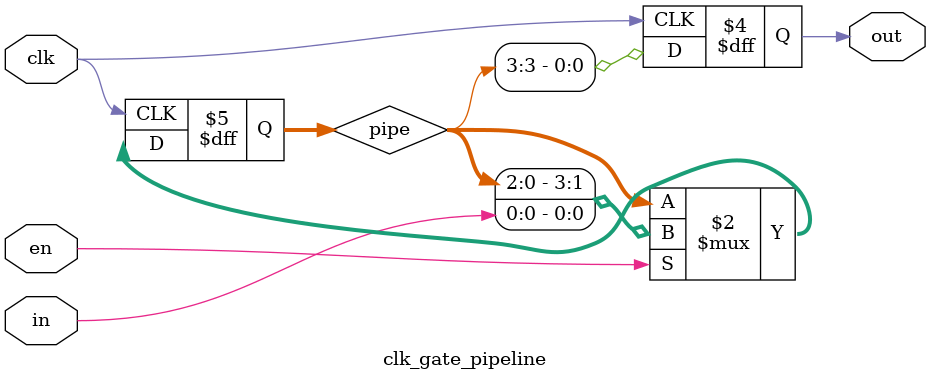
<source format=sv>
module clk_gate_pipeline #(parameter STAGES=3) (
    input clk, en, in,
    output reg out
);
reg [STAGES:0] pipe;
always @(posedge clk) begin
    if(en) pipe <= {pipe[STAGES-1:0], in};
    out <= pipe[STAGES];
end
endmodule
</source>
